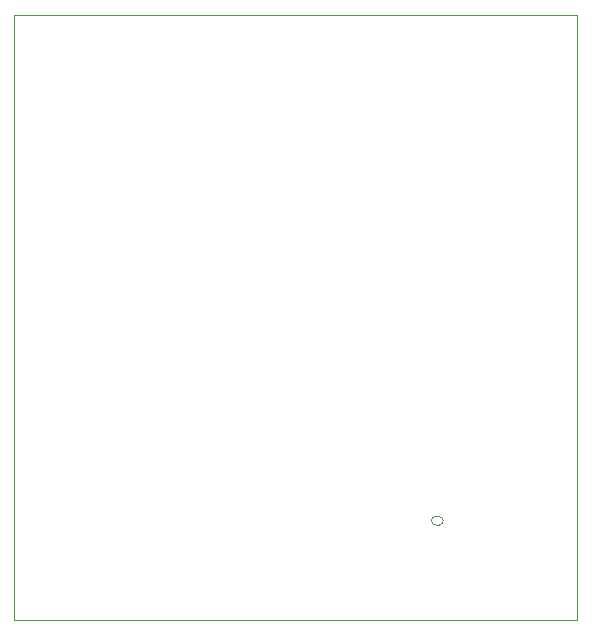
<source format=gm1>
%TF.GenerationSoftware,KiCad,Pcbnew,9.0.6*%
%TF.CreationDate,2025-12-09T15:41:04+01:00*%
%TF.ProjectId,CO2Monitor,434f324d-6f6e-4697-946f-722e6b696361,rev?*%
%TF.SameCoordinates,PX83b1de0PY8351ad0*%
%TF.FileFunction,Profile,NP*%
%FSLAX46Y46*%
G04 Gerber Fmt 4.6, Leading zero omitted, Abs format (unit mm)*
G04 Created by KiCad (PCBNEW 9.0.6) date 2025-12-09 15:41:04*
%MOMM*%
%LPD*%
G01*
G04 APERTURE LIST*
%TA.AperFunction,Profile*%
%ADD10C,0.050000*%
%TD*%
%TA.AperFunction,Profile*%
%ADD11C,0.010000*%
%TD*%
G04 APERTURE END LIST*
D10*
X0Y51160000D02*
X47663000Y51160000D01*
X47663000Y0D01*
X0Y0D01*
X0Y51160000D01*
D11*
%TO.C,J2*%
X36313001Y8375499D02*
G75*
G02*
X35958001Y8020499I-355000J0D01*
G01*
X35958001Y8730499D02*
G75*
G02*
X36313001Y8375499I0J-355000D01*
G01*
X35658001Y8730499D02*
X35958001Y8730499D01*
X35303001Y8375499D02*
G75*
G02*
X35658001Y8730499I355000J0D01*
G01*
X35658001Y8020499D02*
G75*
G02*
X35303001Y8375499I0J355000D01*
G01*
X35958001Y8020499D02*
X35658001Y8020499D01*
%TD*%
M02*

</source>
